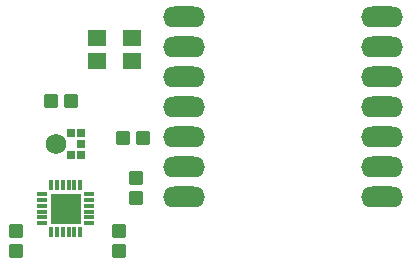
<source format=gbr>
%TF.GenerationSoftware,KiCad,Pcbnew,7.0.10*%
%TF.CreationDate,2024-02-13T16:39:49-08:00*%
%TF.ProjectId,FinalProject,46696e61-6c50-4726-9f6a-6563742e6b69,v2*%
%TF.SameCoordinates,Original*%
%TF.FileFunction,Soldermask,Top*%
%TF.FilePolarity,Negative*%
%FSLAX46Y46*%
G04 Gerber Fmt 4.6, Leading zero omitted, Abs format (unit mm)*
G04 Created by KiCad (PCBNEW 7.0.10) date 2024-02-13 16:39:49*
%MOMM*%
%LPD*%
G01*
G04 APERTURE LIST*
G04 Aperture macros list*
%AMRoundRect*
0 Rectangle with rounded corners*
0 $1 Rounding radius*
0 $2 $3 $4 $5 $6 $7 $8 $9 X,Y pos of 4 corners*
0 Add a 4 corners polygon primitive as box body*
4,1,4,$2,$3,$4,$5,$6,$7,$8,$9,$2,$3,0*
0 Add four circle primitives for the rounded corners*
1,1,$1+$1,$2,$3*
1,1,$1+$1,$4,$5*
1,1,$1+$1,$6,$7*
1,1,$1+$1,$8,$9*
0 Add four rect primitives between the rounded corners*
20,1,$1+$1,$2,$3,$4,$5,0*
20,1,$1+$1,$4,$5,$6,$7,0*
20,1,$1+$1,$6,$7,$8,$9,0*
20,1,$1+$1,$8,$9,$2,$3,0*%
G04 Aperture macros list end*
%ADD10RoundRect,0.050800X-0.500000X0.537500X-0.500000X-0.537500X0.500000X-0.537500X0.500000X0.537500X0*%
%ADD11RoundRect,0.050800X0.750000X-0.620000X0.750000X0.620000X-0.750000X0.620000X-0.750000X-0.620000X0*%
%ADD12RoundRect,0.050800X-0.537500X-0.500000X0.537500X-0.500000X0.537500X0.500000X-0.537500X0.500000X0*%
%ADD13O,3.556000X1.778000*%
%ADD14RoundRect,0.050800X-0.262500X0.300000X-0.262500X-0.300000X0.262500X-0.300000X0.262500X0.300000X0*%
%ADD15C,1.726600*%
%ADD16RoundRect,0.095400X0.095400X-0.355400X0.095400X0.355400X-0.095400X0.355400X-0.095400X-0.355400X0*%
%ADD17RoundRect,0.095400X-0.355400X-0.095400X0.355400X-0.095400X0.355400X0.095400X-0.355400X0.095400X0*%
%ADD18RoundRect,0.095400X-0.095400X0.355400X-0.095400X-0.355400X0.095400X-0.355400X0.095400X0.355400X0*%
%ADD19RoundRect,0.095400X0.355400X0.095400X-0.355400X0.095400X-0.355400X-0.095400X0.355400X-0.095400X0*%
%ADD20RoundRect,0.050800X-1.250000X1.250000X-1.250000X-1.250000X1.250000X-1.250000X1.250000X1.250000X0*%
G04 APERTURE END LIST*
D10*
%TO.C,C4*%
X107975000Y-113300000D03*
X107975000Y-111600000D03*
%TD*%
D11*
%TO.C,C7*%
X114808000Y-97216000D03*
X114808000Y-95316000D03*
%TD*%
D12*
%TO.C,R2*%
X117006000Y-103759000D03*
X118706000Y-103759000D03*
%TD*%
D13*
%TO.C,U1*%
X138938000Y-108712000D03*
X138938000Y-106172000D03*
X138938000Y-103632000D03*
X138938000Y-101092000D03*
X138938000Y-98552000D03*
X138938000Y-96012000D03*
X138938000Y-93472000D03*
X122174000Y-108712000D03*
X122174000Y-106172000D03*
X122174000Y-103632000D03*
X122174000Y-101092000D03*
X122174000Y-98552000D03*
X122174000Y-96012000D03*
X122174000Y-93472000D03*
%TD*%
D14*
%TO.C,IC1*%
X113414000Y-103367000D03*
X112564000Y-103367000D03*
D15*
X111304000Y-104267000D03*
D14*
X112564000Y-105167000D03*
X113414000Y-105167000D03*
X113414000Y-104267000D03*
%TD*%
D16*
%TO.C,U3*%
X113391000Y-107728000D03*
X112891000Y-107728000D03*
X112391000Y-107728000D03*
X111891000Y-107728000D03*
X111391000Y-107728000D03*
X110891000Y-107728000D03*
D17*
X110141000Y-108478000D03*
X110141000Y-108978000D03*
X110141000Y-109478000D03*
X110141000Y-109978000D03*
X110141000Y-110478000D03*
X110141000Y-110978000D03*
D18*
X110891000Y-111728000D03*
X111391000Y-111728000D03*
X111891000Y-111728000D03*
X112391000Y-111728000D03*
X112891000Y-111728000D03*
X113391000Y-111728000D03*
D19*
X114141000Y-110978000D03*
X114141000Y-110478000D03*
X114141000Y-109978000D03*
X114141000Y-109478000D03*
X114141000Y-108978000D03*
X114141000Y-108478000D03*
D20*
X112141000Y-109728000D03*
%TD*%
D10*
%TO.C,C5*%
X116700000Y-111600000D03*
X116700000Y-113300000D03*
%TD*%
D12*
%TO.C,R1*%
X110910000Y-100584000D03*
X112610000Y-100584000D03*
%TD*%
D10*
%TO.C,R3*%
X118110000Y-107100000D03*
X118110000Y-108800000D03*
%TD*%
D11*
%TO.C,C6*%
X117729000Y-97216000D03*
X117729000Y-95316000D03*
%TD*%
M02*

</source>
